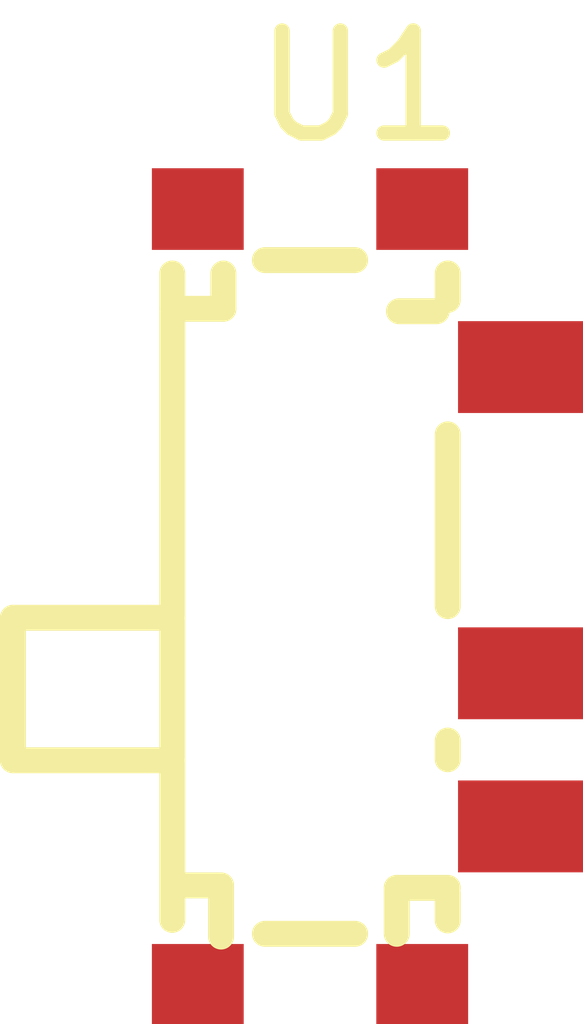
<source format=kicad_pcb>
(kicad_pcb (version 20171130) (host pcbnew "(5.1.12)-1")

  (general
    (thickness 1.6)
    (drawings 0)
    (tracks 0)
    (zones 0)
    (modules 1)
    (nets 1)
  )

  (page A4)
  (layers
    (0 F.Cu signal)
    (31 B.Cu signal)
    (32 B.Adhes user)
    (33 F.Adhes user)
    (34 B.Paste user)
    (35 F.Paste user)
    (36 B.SilkS user)
    (37 F.SilkS user)
    (38 B.Mask user)
    (39 F.Mask user)
    (40 Dwgs.User user)
    (41 Cmts.User user)
    (42 Eco1.User user)
    (43 Eco2.User user)
    (44 Edge.Cuts user)
    (45 Margin user)
    (46 B.CrtYd user)
    (47 F.CrtYd user)
    (48 B.Fab user hide)
    (49 F.Fab user hide)
  )

  (setup
    (last_trace_width 0.25)
    (trace_clearance 0.2)
    (zone_clearance 0.508)
    (zone_45_only no)
    (trace_min 0.2)
    (via_size 0.8)
    (via_drill 0.4)
    (via_min_size 0.4)
    (via_min_drill 0.3)
    (uvia_size 0.3)
    (uvia_drill 0.1)
    (uvias_allowed no)
    (uvia_min_size 0.2)
    (uvia_min_drill 0.1)
    (edge_width 0.05)
    (segment_width 0.2)
    (pcb_text_width 0.3)
    (pcb_text_size 1.5 1.5)
    (mod_edge_width 0.12)
    (mod_text_size 1 1)
    (mod_text_width 0.15)
    (pad_size 1.524 1.524)
    (pad_drill 0.762)
    (pad_to_mask_clearance 0)
    (aux_axis_origin 0 0)
    (visible_elements FFFFFF7F)
    (pcbplotparams
      (layerselection 0x010fc_ffffffff)
      (usegerberextensions false)
      (usegerberattributes true)
      (usegerberadvancedattributes true)
      (creategerberjobfile true)
      (excludeedgelayer true)
      (linewidth 0.100000)
      (plotframeref false)
      (viasonmask false)
      (mode 1)
      (useauxorigin false)
      (hpglpennumber 1)
      (hpglpenspeed 20)
      (hpglpendiameter 15.000000)
      (psnegative false)
      (psa4output false)
      (plotreference true)
      (plotvalue true)
      (plotinvisibletext false)
      (padsonsilk false)
      (subtractmaskfromsilk false)
      (outputformat 1)
      (mirror false)
      (drillshape 1)
      (scaleselection 1)
      (outputdirectory ""))
  )

  (net 0 "")

  (net_class Default "This is the default net class."
    (clearance 0.2)
    (trace_width 0.25)
    (via_dia 0.8)
    (via_drill 0.4)
    (uvia_dia 0.3)
    (uvia_drill 0.1)
  )

  (module easyeda:SW-TH_K3-1296S-E1 (layer F.Cu) (tedit 642A8BA1) (tstamp 642AAF5C)
    (at 12.7 12.7)
    (attr smd)
    (fp_text reference U1 (at 0 -5) (layer F.SilkS)
      (effects (font (size 1 1) (thickness 0.15)))
    )
    (fp_text value SW-TH_K3-1296S-E1 (at 0 -7) (layer F.Fab) hide
      (effects (font (size 1 1) (thickness 0.15)))
    )
    (fp_line (start -1.36 2.826) (end -1.81 2.826) (layer F.SilkS) (width 0.254))
    (fp_line (start -1.36 3.327) (end -1.36 2.826) (layer F.SilkS) (width 0.254))
    (fp_line (start 0.362 2.85) (end 0.362 3.3) (layer F.SilkS) (width 0.254))
    (fp_line (start 0.862 2.85) (end 0.362 2.85) (layer F.SilkS) (width 0.254))
    (fp_line (start -0.93 3.3) (end -0.046 3.3) (layer F.SilkS) (width 0.254))
    (fp_line (start 0.862 3.169) (end 0.862 2.906) (layer F.SilkS) (width 0.254))
    (fp_line (start 0.862 1.59) (end 0.862 1.407) (layer F.SilkS) (width 0.254))
    (fp_line (start 0.862 0.09) (end 0.862 -1.593) (layer F.SilkS) (width 0.254))
    (fp_line (start 0.862 -2.91) (end 0.862 -3.169) (layer F.SilkS) (width 0.254))
    (fp_line (start -1.838 3.164) (end -1.838 -3.169) (layer F.SilkS) (width 0.254))
    (fp_line (start -0.93 -3.3) (end -0.046 -3.3) (layer F.SilkS) (width 0.254))
    (fp_line (start 0.384 -2.799) (end 0.753 -2.799) (layer F.SilkS) (width 0.254))
    (fp_line (start -1.337 -2.823) (end -1.337 -3.169) (layer F.SilkS) (width 0.254))
    (fp_line (start -1.337 -2.823) (end -1.838 -2.823) (layer F.SilkS) (width 0.254))
    (fp_line (start -3.4 1.6) (end -1.838 1.6) (layer F.SilkS) (width 0.254))
    (fp_line (start -3.4 0.204) (end -3.4 1.6) (layer F.SilkS) (width 0.254))
    (fp_line (start -1.838 0.204) (end -3.4 0.204) (layer F.SilkS) (width 0.254))
    (fp_circle (center -0.488 -1.501) (end -0.3 -1.501) (layer Cmts.User) (width 0.375))
    (fp_circle (center -0.488 1.501) (end -0.3 1.501) (layer Cmts.User) (width 0.375))
    (pad "" np_thru_hole circle (at -0.488 1.501) (size 0.9 0.9) (drill 0.9) (layers *.Cu *.Mask))
    (pad "" np_thru_hole circle (at -0.488 -1.501) (size 0.9 0.9) (drill 0.9) (layers *.Cu *.Mask))
    (pad 1 smd rect (at 1.588 2.248 180) (size 1.25 0.9) (layers F.Cu F.Paste F.Mask))
    (pad 2 smd rect (at 1.588 0.748 180) (size 1.25 0.9) (layers F.Cu F.Paste F.Mask))
    (pad 3 smd rect (at 1.588 -2.252 180) (size 1.25 0.9) (layers F.Cu F.Paste F.Mask))
    (pad "" smd rect (at 0.612 -3.8 270) (size 0.8 0.9) (layers F.Cu F.Paste F.Mask))
    (pad "" smd rect (at -1.588 -3.8 270) (size 0.8 0.9) (layers F.Cu F.Paste F.Mask))
    (pad "" smd rect (at -1.588 3.8 270) (size 0.8 0.9) (layers F.Cu F.Paste F.Mask))
    (pad "" smd rect (at 0.612 3.8 270) (size 0.8 0.9) (layers F.Cu F.Paste F.Mask))
  )

)

</source>
